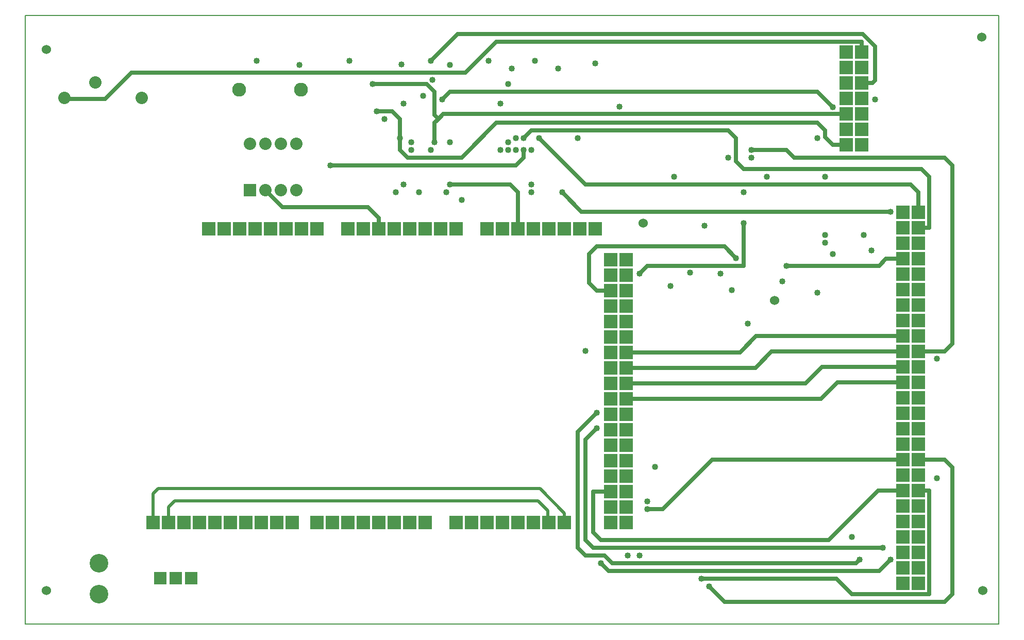
<source format=gbr>
G04 PROTEUS GERBER X2 FILE*
%TF.GenerationSoftware,Labcenter,Proteus,8.13-SP0-Build31525*%
%TF.CreationDate,2024-05-27T19:39:57+00:00*%
%TF.FileFunction,Copper,L2,Inr*%
%TF.FilePolarity,Positive*%
%TF.Part,Single*%
%TF.SameCoordinates,{9f387fc5-f7ba-42a6-a927-b5c1fa408f1c}*%
%FSLAX45Y45*%
%MOMM*%
G01*
%TA.AperFunction,Conductor*%
%ADD13C,0.508000*%
%ADD10C,0.635000*%
%TA.AperFunction,ViaPad*%
%ADD14C,1.016000*%
%ADD15C,1.524000*%
%TA.AperFunction,ComponentPad*%
%ADD17R,2.286000X2.286000*%
%TA.AperFunction,ComponentPad*%
%ADD18C,2.286000*%
%ADD19C,3.048000*%
%TA.AperFunction,ComponentPad*%
%ADD70R,2.032000X2.032000*%
%ADD71C,2.032000*%
%TA.AperFunction,OtherPad,Unknown*%
%ADD20C,1.524000*%
%TA.AperFunction,Profile*%
%ADD25C,0.203200*%
%TD.AperFunction*%
D13*
X-5892800Y-3327400D02*
X-5892800Y-2857500D01*
X-5808788Y-2773488D01*
X+462088Y-2773488D01*
X+863600Y-3175000D01*
X+863600Y-3327400D01*
X-5638800Y-3327400D02*
X-5638800Y-3073400D01*
X-5540289Y-2974889D01*
X+428465Y-2974889D01*
X+586740Y-3133164D01*
X+586740Y-3304540D01*
X+609600Y-3327400D01*
D10*
X-1016000Y+2222500D02*
X-25400Y+2222500D01*
X+101600Y+2095500D01*
X+101600Y+1498600D01*
X+3238500Y-4381500D02*
X+3492500Y-4635500D01*
X+7112000Y-4635500D01*
X+7239000Y-4508500D01*
X+7239000Y-2425700D01*
X+7112000Y-2298700D01*
X+6675120Y-2298700D01*
X+2222500Y-3111500D02*
X+2476500Y-3111500D01*
X+3289300Y-2298700D01*
X+6421120Y-2298700D01*
X+3111500Y-4254500D02*
X+5334000Y-4254500D01*
X+5588000Y-4508500D01*
X+6858000Y-4508500D01*
X+6858000Y-2806700D01*
X+6675120Y-2806700D01*
X+6421120Y-2806700D02*
X+6019800Y-2806700D01*
X+5207000Y-3619500D01*
X+1460500Y-3619500D01*
X+1333500Y-3492500D01*
X+1333500Y-2819400D01*
X+1625600Y-2819400D01*
X-1143000Y+3619500D02*
X-1016000Y+3746500D01*
X+5016500Y+3746500D01*
X+5270500Y+3492500D01*
X-1206500Y+3302000D02*
X-1127760Y+3380740D01*
X+5488940Y+3380740D01*
X+5488941Y+3380740D01*
X-1206500Y+3302000D02*
X-1270000Y+3365500D01*
X-1270000Y+3746500D01*
X-1397000Y+3873500D01*
X-2286000Y+3873500D01*
X-1206500Y+3302000D02*
X-1270000Y+3238500D01*
X-1270000Y+2921000D01*
X+6421120Y-1028700D02*
X+5346700Y-1028700D01*
X+5080000Y-1295400D01*
X+1879600Y-1295400D01*
X+6421120Y-774700D02*
X+5092700Y-774700D01*
X+4826000Y-1041400D01*
X+1879600Y-1041400D01*
X+3937000Y+2794000D02*
X+4508500Y+2794000D01*
X+4635500Y+2667000D01*
X+7112000Y+2667000D01*
X+7239000Y+2540000D01*
X+7239000Y-393700D01*
X+7112000Y-520700D01*
X+6675120Y-520700D01*
X+6675119Y-520700D01*
X+6421120Y-520700D02*
X+4267200Y-520700D01*
X+4000500Y-787400D01*
X+1879600Y-787400D01*
X+6421120Y-266700D02*
X+4013200Y-266700D01*
X+3746500Y-533400D01*
X+1879600Y-533400D01*
X+1397000Y-1778000D02*
X+1206500Y-1968500D01*
X+1206500Y-3619500D01*
X+1333500Y-3746500D01*
X+6096000Y-3746500D01*
X+1397000Y-1524000D02*
X+1079500Y-1841500D01*
X+1079500Y-3746500D01*
X+1206500Y-3873500D01*
X+1524000Y-3873500D01*
X+1651000Y-4000500D01*
X+5651500Y-4000500D01*
X+5715000Y-3937000D01*
X-1841500Y+2984500D02*
X-1841500Y+2794000D01*
X-1714500Y+2667000D01*
X-825500Y+2667000D01*
X-254000Y+3238500D01*
X+5016500Y+3238500D01*
X+5143500Y+3111500D01*
X+5143500Y+2999740D01*
X+5270500Y+2872740D01*
X+5488940Y+2872740D01*
X+5488941Y+2872740D01*
X-1841500Y+2984500D02*
X-1841500Y+3302000D01*
X-1968500Y+3429000D01*
X-2222500Y+3429000D01*
X-2984500Y+2540000D02*
X+63500Y+2540000D01*
X+190500Y+2667000D01*
X+190500Y+2794000D01*
X+190500Y+2984500D02*
X+317500Y+3111500D01*
X+3556000Y+3111500D01*
X+3683000Y+2984500D01*
X+3683000Y+2603500D01*
X+3810000Y+2476500D01*
X+6731000Y+2476500D01*
X+6858000Y+2349500D01*
X+6858000Y+1511300D01*
X+6675120Y+1511300D01*
X+6675119Y+1511300D01*
X+6223000Y+1778000D02*
X+1143000Y+1778000D01*
X+825500Y+2095500D01*
X+444500Y+2984500D02*
X+1206500Y+2222500D01*
X+6548119Y+2222500D01*
X+6675119Y+2095500D01*
X+6675120Y+1765300D01*
X+6675119Y+1765300D01*
X+2095500Y+762000D02*
X+2222500Y+889000D01*
X+3810000Y+889000D01*
X+3810000Y+1587500D01*
X+4508500Y+889000D02*
X+6032500Y+889000D01*
X+6146800Y+1003300D01*
X+6421120Y+1003300D01*
X+3683000Y+1016000D02*
X+3492500Y+1206500D01*
X+1397000Y+1206500D01*
X+1270000Y+1079500D01*
X+1270000Y+609600D01*
X+1397000Y+482600D01*
X+1625600Y+482600D01*
X-1333500Y+4254500D02*
X-889000Y+4699000D01*
X+5763431Y+4699000D01*
X+5969000Y+4493431D01*
X+5969000Y+3938270D01*
X+5919470Y+3888740D01*
X+5742940Y+3888740D01*
X-7353300Y+3644900D02*
X-7340600Y+3632200D01*
X-6682082Y+3632200D01*
X-6250282Y+4064000D01*
X-762000Y+4064000D01*
X-254000Y+4572000D01*
X+5742940Y+4572000D01*
X+5742940Y+4396740D01*
X-3771900Y+1854200D02*
X-2368550Y+1854200D01*
X-2228850Y+1714500D01*
X-2184400Y+1670050D01*
X-2184400Y+1498600D01*
X-2184400Y+1442104D01*
X-4051300Y+2133600D02*
X-3771900Y+1854200D01*
X+1460500Y-4000500D02*
X+1587500Y-4127500D01*
X+6032500Y-4127500D01*
X+6223000Y-3937000D01*
D14*
X+63500Y+2794000D03*
X-63500Y+2794000D03*
X+317500Y+2222500D03*
X+317500Y+2095500D03*
X-1016000Y+2222500D03*
X-190500Y+2794000D03*
X-1079500Y+2095500D03*
X-1333500Y+2794000D03*
X-1651000Y+2794000D03*
X-1778000Y+2222500D03*
X-1905000Y+2095500D03*
X-2667000Y+4254500D03*
X-1460500Y+3683000D03*
X-1016000Y+2921000D03*
X+3238500Y-4381500D03*
X+2222500Y-3111500D03*
X+2222500Y-2984500D03*
X+2095500Y-3873500D03*
X+6985000Y-2603500D03*
X+3111500Y-4254500D03*
X+5270500Y+3492500D03*
X+5969000Y+3619500D03*
X-1143000Y+3619500D03*
X-2286000Y+3873500D03*
X-1270000Y+2921000D03*
X+3937000Y+2794000D03*
X+1206500Y-508000D03*
X+6096000Y-3746500D03*
X+1397000Y-1778000D03*
X+5715000Y-3937000D03*
X+1397000Y-1524000D03*
X+6985000Y-635000D03*
X+3873500Y-63500D03*
X-1016000Y+4191000D03*
X-190500Y+3556000D03*
X-63500Y+2921000D03*
X-63500Y+3873500D03*
D15*
X+2159000Y+1587500D03*
X+4318000Y+317500D03*
D14*
X+63500Y+2984500D03*
X-381000Y+4254500D03*
X+2349500Y-2413000D03*
X-3492500Y+4191000D03*
X-1651000Y+2921000D03*
X-2095500Y+3302000D03*
X-4191000Y+4254500D03*
X-1778000Y+3556000D03*
X-2222500Y+3429000D03*
X-1841500Y+2984500D03*
X+5016500Y+444500D03*
X+3810000Y+2095500D03*
X+4191000Y+2349500D03*
X+5143500Y+1270000D03*
X+190500Y+2794000D03*
X-2984500Y+2540000D03*
X+0Y+4127500D03*
X+190500Y+2984500D03*
X+317500Y+2794000D03*
X+1079500Y+2984500D03*
X+825500Y+2095500D03*
X+6223000Y+1778000D03*
X+381000Y+4254500D03*
X-825500Y+1968500D03*
X+762000Y+4127500D03*
X+444500Y+2984500D03*
X+3810000Y+1587500D03*
X+2095500Y+762000D03*
X+2667000Y+2349500D03*
X+4445000Y+635000D03*
X+3429000Y+762000D03*
X+5778500Y+1397000D03*
X+5143500Y+1397000D03*
X+5143500Y+2349500D03*
X+3556000Y+2667000D03*
X+4508500Y+889000D03*
X+3683000Y+1016000D03*
X+5905500Y+1143000D03*
X+3937000Y+2667000D03*
X+5270500Y+1079500D03*
X+5016500Y+2984500D03*
X+3615633Y+490208D03*
X+2603500Y+558800D03*
X+2929648Y+772945D03*
X+3162300Y+1549400D03*
X+1769316Y+3504046D03*
X+1371600Y+4216400D03*
X-1333500Y+4254500D03*
X-1303486Y+3944921D03*
X-1813288Y+4194742D03*
X-1524000Y+2095500D03*
X+1460500Y-4000500D03*
X+6223000Y-3937000D03*
X+1905000Y-3873500D03*
X+5588000Y-3568700D03*
D17*
X-4978400Y+1498600D03*
X-4724400Y+1498600D03*
X-4470400Y+1498600D03*
X-4216400Y+1498600D03*
X-3962400Y+1498600D03*
X-3708400Y+1498600D03*
X-3454400Y+1498600D03*
X-3200400Y+1498600D03*
X-2692400Y+1498600D03*
X-2438400Y+1498600D03*
X-2184400Y+1498600D03*
X-1930400Y+1498600D03*
X-1676400Y+1498600D03*
X-1422400Y+1498600D03*
X-1168400Y+1498600D03*
X-914400Y+1498600D03*
X-406400Y+1498600D03*
X-152400Y+1498600D03*
X+101600Y+1498600D03*
X+355600Y+1498600D03*
X+609600Y+1498600D03*
X+863600Y+1498600D03*
X+1117600Y+1498600D03*
X+1371600Y+1498600D03*
X+1625600Y+990600D03*
X+1625600Y+736600D03*
X+1625600Y+482600D03*
X+1625600Y+228600D03*
X+1625600Y-25400D03*
X+1625600Y-279400D03*
X+1625600Y-533400D03*
X+1625600Y-787400D03*
X+1625600Y-1041400D03*
X+1625600Y-1295400D03*
X+1625600Y-1549400D03*
X+1625600Y-1803400D03*
X+1625600Y-2057400D03*
X+1625600Y-2311400D03*
X+1625600Y-2565400D03*
X+1625600Y-2819400D03*
X+1625600Y-3073400D03*
X+1625600Y-3327400D03*
X+1879600Y+990600D03*
X+1879600Y+736600D03*
X+1879600Y+482600D03*
X+1879600Y+228600D03*
X+1879600Y-25400D03*
X+1879600Y-279400D03*
X+1879600Y-533400D03*
X+1879600Y-787400D03*
X+1879600Y-1041400D03*
X+1879600Y-1295400D03*
X+1879600Y-1549400D03*
X+1879600Y-1803400D03*
X+1879600Y-2057400D03*
X+1879600Y-2311400D03*
X+1879600Y-2565400D03*
X+1879600Y-2819400D03*
X+1879600Y-3073400D03*
X+1879600Y-3327400D03*
X+863600Y-3327400D03*
X+609600Y-3327400D03*
X+355600Y-3327400D03*
X+101600Y-3327400D03*
X-152400Y-3327400D03*
X-406400Y-3327400D03*
X-660400Y-3327400D03*
X-914400Y-3327400D03*
X-1422400Y-3327400D03*
X-1676400Y-3327400D03*
X-1930400Y-3327400D03*
X-2184400Y-3327400D03*
X-2438400Y-3327400D03*
X-2692400Y-3327400D03*
X-2946400Y-3327400D03*
X-3200400Y-3327400D03*
X-3606800Y-3327400D03*
X-3860800Y-3327400D03*
X-4114800Y-3327400D03*
X-4368800Y-3327400D03*
X-4622800Y-3327400D03*
X-4876800Y-3327400D03*
X-5130800Y-3327400D03*
X-5384800Y-3327400D03*
X-5638800Y-3327400D03*
X-5892800Y-3327400D03*
D18*
X-4483100Y+3784600D03*
X-3467100Y+3784600D03*
D17*
X+5488940Y+4396740D03*
X+5742940Y+4396740D03*
X+5488940Y+4142740D03*
X+5742940Y+4142740D03*
X+5488940Y+3888740D03*
X+5742940Y+3888740D03*
X+5488940Y+3634740D03*
X+5742940Y+3634740D03*
X+5488940Y+3380740D03*
X+5742940Y+3380740D03*
X+5488940Y+3126740D03*
X+5742940Y+3126740D03*
X+5488940Y+2872740D03*
X+5742940Y+2872740D03*
D19*
X-6781800Y-4000500D03*
X-6781800Y-4508500D03*
D70*
X-4305300Y+2133600D03*
D71*
X-4051300Y+2133600D03*
X-3797300Y+2133600D03*
X-3543300Y+2133600D03*
X-3543300Y+2895600D03*
X-3797300Y+2895600D03*
X-4051300Y+2895600D03*
X-4305300Y+2895600D03*
D17*
X+6421120Y-4330700D03*
X+6675120Y-4330700D03*
X+6421120Y-4076700D03*
X+6675120Y-4076700D03*
X+6421120Y-3822700D03*
X+6675120Y-3822700D03*
X+6421120Y-3568700D03*
X+6675120Y-3568700D03*
X+6421120Y-3314700D03*
X+6675120Y-3314700D03*
X+6421120Y-3060700D03*
X+6675120Y-3060700D03*
X+6421120Y-2806700D03*
X+6675120Y-2806700D03*
X+6421120Y-2552700D03*
X+6675120Y-2552700D03*
X+6421120Y-2298700D03*
X+6675120Y-2298700D03*
X+6421120Y-2044700D03*
X+6675120Y-2044700D03*
X+6421120Y-1790700D03*
X+6675120Y-1790700D03*
X+6421120Y-1536700D03*
X+6675120Y-1536700D03*
X+6421120Y-1282700D03*
X+6675120Y-1282700D03*
X+6421120Y-1028700D03*
X+6675120Y-1028700D03*
X+6421120Y-774700D03*
X+6675120Y-774700D03*
X+6421120Y-520700D03*
X+6675120Y-520700D03*
X+6421120Y-266700D03*
X+6675120Y-266700D03*
X+6421120Y-12700D03*
X+6675120Y-12700D03*
X+6421120Y+241300D03*
X+6675120Y+241300D03*
X+6421120Y+495300D03*
X+6675120Y+495300D03*
X+6421120Y+749300D03*
X+6675120Y+749300D03*
X+6421120Y+1003300D03*
X+6675120Y+1003300D03*
X+6421120Y+1257300D03*
X+6675120Y+1257300D03*
X+6421120Y+1511300D03*
X+6675120Y+1511300D03*
X+6421120Y+1765300D03*
X+6675120Y+1765300D03*
D20*
X-7645400Y-4445000D03*
X-7645400Y+4445000D03*
X+7721600Y+4648200D03*
X+7734300Y-4445000D03*
D71*
X-6083300Y+3644900D03*
X-7353300Y+3644900D03*
X-6845300Y+3898900D03*
D70*
X-5778500Y-4241800D03*
X-5524500Y-4241800D03*
X-5270500Y-4241800D03*
D25*
X-8000000Y-5000000D02*
X+8000000Y-5000000D01*
X+8000000Y+5000000D01*
X-8000000Y+5000000D01*
X-8000000Y-5000000D01*
M02*

</source>
